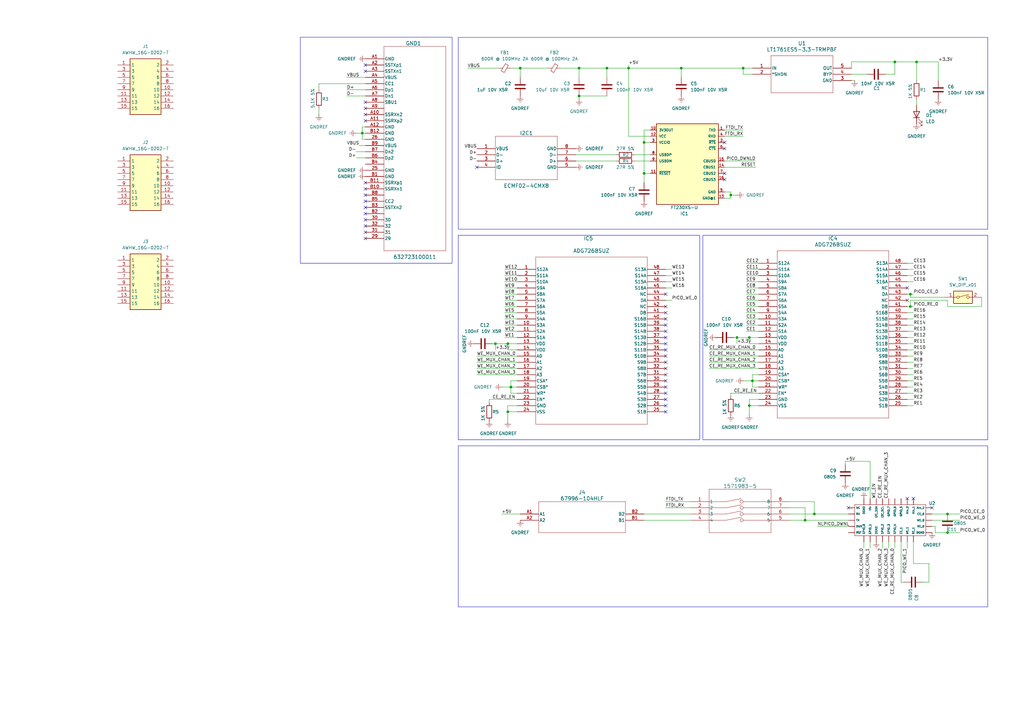
<source format=kicad_sch>
(kicad_sch (version 20230121) (generator eeschema)
  (paper "A3")
  (lib_symbols
    (symbol "CMC:ECMF02-4CMX8" (pin_names (offset 0.254))
      (property "Reference" "U" (at 20.32 10.16 0))
      (property "Value" "ECMF02-4CMX8" (at 20.32 7.62 0))
      (symbol "ECMF02-4CMX8_0_1"
        (polyline (pts (xy 7.62 -12.7) (xy 33.02 -12.7)) (stroke (width 0.127)))
        (polyline (pts (xy 7.62 5.08) (xy 7.62 -12.7)) (stroke (width 0.127)))
        (polyline (pts (xy 33.02 -12.7) (xy 33.02 5.08)) (stroke (width 0.127)))
        (polyline (pts (xy 33.02 5.08) (xy 7.62 5.08)) (stroke (width 0.127)))
        (pin power_in line (at 0 0 0) (length 7.62) (name "VBUS") (number "1"))
        (pin bidirectional line (at 0 -2.54 0) (length 7.62) (name "D-") (number "2"))
        (pin bidirectional line (at 0 -5.08 0) (length 7.62) (name "D+") (number "3"))
        (pin unspecified line (at 0 -7.62 0) (length 7.62) (name "ID") (number "4"))
        (pin power_out line (at 40.64 -7.62 180) (length 7.62) (name "GND") (number "5"))
        (pin bidirectional line (at 40.64 -5.08 180) (length 7.62) (name "D+") (number "6"))
        (pin bidirectional line (at 40.64 -2.54 180) (length 7.62) (name "D-") (number "7"))
        (pin power_out line (at 40.64 0 180) (length 7.62) (name "GND") (number "8"))
      )
    )
    (symbol "Chave smd:1571983-5" (pin_names (offset 0.254))
      (property "Reference" "SW" (at 0 10.16 0))
      (property "Value" "1571983-5" (at 0 7.62 0))
      (symbol "1571983-5_0_1"
        (polyline (pts (xy -12.7 -12.7) (xy 12.7 -12.7)) (stroke (width 0.127)))
        (polyline (pts (xy -12.7 -7.62) (xy -5.715 -7.62)) (stroke (width 0.127)))
        (polyline (pts (xy -12.7 -2.54) (xy -5.715 -2.54)) (stroke (width 0.127)))
        (polyline (pts (xy -12.7 5.08) (xy -12.7 -12.7)) (stroke (width 0.127)))
        (polyline (pts (xy -5.715 -7.62) (xy 0.635 -6.35)) (stroke (width 0.127)))
        (polyline (pts (xy -5.715 -5.08) (xy -12.7 -5.08)) (stroke (width 0.127)))
        (polyline (pts (xy -5.715 -2.54) (xy 0.635 -1.27)) (stroke (width 0.127)))
        (polyline (pts (xy -5.715 0) (xy -12.7 0)) (stroke (width 0.127)))
        (polyline (pts (xy 0.635 -3.81) (xy -5.715 -5.08)) (stroke (width 0.127)))
        (polyline (pts (xy 0.635 1.27) (xy -5.715 0)) (stroke (width 0.127)))
        (polyline (pts (xy 1.27 -5.08) (xy 12.7 -5.08)) (stroke (width 0.127)))
        (polyline (pts (xy 1.27 0) (xy 12.7 0)) (stroke (width 0.127)))
        (polyline (pts (xy 12.7 -12.7) (xy 12.7 5.08)) (stroke (width 0.127)))
        (polyline (pts (xy 12.7 -7.62) (xy 1.27 -7.62)) (stroke (width 0.127)))
        (polyline (pts (xy 12.7 -2.54) (xy 1.27 -2.54)) (stroke (width 0.127)))
        (polyline (pts (xy 12.7 5.08) (xy -12.7 5.08)) (stroke (width 0.127)))
        (circle (center 0.635 -7.62) (radius 0.635) (stroke (width 0.127)))
        (circle (center 0.635 -5.08) (radius 0.635) (stroke (width 0.127)))
        (circle (center 0.635 -2.54) (radius 0.635) (stroke (width 0.127)))
        (circle (center 0.635 0) (radius 0.635) (stroke (width 0.127)))
        (pin unspecified line (at -20.32 0 0) (length 7.62) (name "1") (number "1"))
        (pin unspecified line (at -20.32 -2.54 0) (length 7.62) (name "2") (number "2"))
        (pin unspecified line (at -20.32 -5.08 0) (length 7.62) (name "3") (number "3"))
        (pin unspecified line (at -20.32 -7.62 0) (length 7.62) (name "4") (number "4"))
        (pin unspecified line (at 20.32 -7.62 180) (length 7.62) (name "5") (number "5"))
        (pin unspecified line (at 20.32 -5.08 180) (length 7.62) (name "6") (number "6"))
        (pin unspecified line (at 20.32 -2.54 180) (length 7.62) (name "7") (number "7"))
        (pin unspecified line (at 20.32 0 180) (length 7.62) (name "8") (number "8"))
      )
    )
    (symbol "Circuito integrado:ADG726BSUZ" (pin_names (offset 0.254))
      (property "Reference" "U" (at 30.48 10.16 0))
      (property "Value" "ADG726BSUZ" (at 30.48 7.62 0))
      (symbol "ADG726BSUZ_0_1"
        (polyline (pts (xy 7.62 -63.5) (xy 53.34 -63.5)) (stroke (width 0.127)))
        (polyline (pts (xy 7.62 5.08) (xy 7.62 -63.5)) (stroke (width 0.127)))
        (polyline (pts (xy 53.34 -63.5) (xy 53.34 5.08)) (stroke (width 0.127)))
        (polyline (pts (xy 53.34 5.08) (xy 7.62 5.08)) (stroke (width 0.127)))
        (pin unspecified line (at 0 0 0) (length 7.62) (name "S12A") (number "1"))
        (pin unspecified line (at 0 -22.86 0) (length 7.62) (name "S3A") (number "10"))
        (pin unspecified line (at 0 -25.4 0) (length 7.62) (name "S2A") (number "11"))
        (pin unspecified line (at 0 -27.94 0) (length 7.62) (name "S1A") (number "12"))
        (pin power_in line (at 0 -30.48 0) (length 7.62) (name "VDD") (number "13"))
        (pin power_in line (at 0 -33.02 0) (length 7.62) (name "VDD") (number "14"))
        (pin unspecified line (at 0 -35.56 0) (length 7.62) (name "A0") (number "15"))
        (pin unspecified line (at 0 -38.1 0) (length 7.62) (name "A1") (number "16"))
        (pin unspecified line (at 0 -40.64 0) (length 7.62) (name "A2") (number "17"))
        (pin unspecified line (at 0 -43.18 0) (length 7.62) (name "A3") (number "18"))
        (pin unspecified line (at 0 -45.72 0) (length 7.62) (name "CSA*") (number "19"))
        (pin unspecified line (at 0 -2.54 0) (length 7.62) (name "S11A") (number "2"))
        (pin unspecified line (at 0 -48.26 0) (length 7.62) (name "CSB*") (number "20"))
        (pin unspecified line (at 0 -50.8 0) (length 7.62) (name "WR*") (number "21"))
        (pin unspecified line (at 0 -53.34 0) (length 7.62) (name "EN*") (number "22"))
        (pin unspecified line (at 0 -55.88 0) (length 7.62) (name "GND") (number "23"))
        (pin power_in line (at 0 -58.42 0) (length 7.62) (name "VSS") (number "24"))
        (pin unspecified line (at 60.96 -58.42 180) (length 7.62) (name "S1B") (number "25"))
        (pin unspecified line (at 60.96 -55.88 180) (length 7.62) (name "S2B") (number "26"))
        (pin unspecified line (at 60.96 -53.34 180) (length 7.62) (name "S3B") (number "27"))
        (pin unspecified line (at 60.96 -50.8 180) (length 7.62) (name "S4B") (number "28"))
        (pin unspecified line (at 60.96 -48.26 180) (length 7.62) (name "S5B") (number "29"))
        (pin unspecified line (at 0 -5.08 0) (length 7.62) (name "S10A") (number "3"))
        (pin unspecified line (at 60.96 -45.72 180) (length 7.62) (name "S6B") (number "30"))
        (pin unspecified line (at 60.96 -43.18 180) (length 7.62) (name "S7B") (number "31"))
        (pin unspecified line (at 60.96 -40.64 180) (length 7.62) (name "S8B") (number "32"))
        (pin unspecified line (at 60.96 -38.1 180) (length 7.62) (name "S9B") (number "33"))
        (pin unspecified line (at 60.96 -35.56 180) (length 7.62) (name "S10B") (number "34"))
        (pin unspecified line (at 60.96 -33.02 180) (length 7.62) (name "S11B") (number "35"))
        (pin unspecified line (at 60.96 -30.48 180) (length 7.62) (name "S12B") (number "36"))
        (pin unspecified line (at 60.96 -27.94 180) (length 7.62) (name "S13B") (number "37"))
        (pin unspecified line (at 60.96 -25.4 180) (length 7.62) (name "S14B") (number "38"))
        (pin unspecified line (at 60.96 -22.86 180) (length 7.62) (name "S15B") (number "39"))
        (pin unspecified line (at 0 -7.62 0) (length 7.62) (name "S9A") (number "4"))
        (pin unspecified line (at 60.96 -20.32 180) (length 7.62) (name "S16B") (number "40"))
        (pin unspecified line (at 60.96 -17.78 180) (length 7.62) (name "DB") (number "41"))
        (pin unspecified line (at 60.96 -15.24 180) (length 7.62) (name "NC") (number "42"))
        (pin unspecified line (at 60.96 -12.7 180) (length 7.62) (name "DA") (number "43"))
        (pin unspecified line (at 60.96 -10.16 180) (length 7.62) (name "NC") (number "44"))
        (pin unspecified line (at 60.96 -7.62 180) (length 7.62) (name "S16A") (number "45"))
        (pin unspecified line (at 60.96 -5.08 180) (length 7.62) (name "S15A") (number "46"))
        (pin unspecified line (at 60.96 -2.54 180) (length 7.62) (name "S14A") (number "47"))
        (pin unspecified line (at 60.96 0 180) (length 7.62) (name "S13A") (number "48"))
        (pin unspecified line (at 0 -10.16 0) (length 7.62) (name "S8A") (number "5"))
        (pin unspecified line (at 0 -12.7 0) (length 7.62) (name "S7A") (number "6"))
        (pin unspecified line (at 0 -15.24 0) (length 7.62) (name "S6A") (number "7"))
        (pin unspecified line (at 0 -17.78 0) (length 7.62) (name "S5A") (number "8"))
        (pin unspecified line (at 0 -20.32 0) (length 7.62) (name "S4A") (number "9"))
      )
    )
    (symbol "Conector 16 conector:AWHW_16G-0202-T"
      (property "Reference" "J" (at 19.05 7.62 0))
      (property "Value" "AWHW_16G-0202-T" (at 19.05 5.08 0))
      (symbol "AWHW_16G-0202-T_1_1"
        (rectangle (start 5.08 2.54) (end 17.78 -20.32) (stroke (width 0.254)) (fill (type background)))
        (pin passive line (at 0 0 0) (length 5.08) (name "1") (number "1"))
        (pin passive line (at 22.86 -10.16 180) (length 5.08) (name "10") (number "10"))
        (pin passive line (at 0 -12.7 0) (length 5.08) (name "11") (number "11"))
        (pin passive line (at 22.86 -12.7 180) (length 5.08) (name "12") (number "12"))
        (pin passive line (at 0 -15.24 0) (length 5.08) (name "13") (number "13"))
        (pin passive line (at 22.86 -15.24 180) (length 5.08) (name "14") (number "14"))
        (pin passive line (at 0 -17.78 0) (length 5.08) (name "15") (number "15"))
        (pin passive line (at 22.86 -17.78 180) (length 5.08) (name "16") (number "16"))
        (pin passive line (at 22.86 0 180) (length 5.08) (name "2") (number "2"))
        (pin passive line (at 0 -2.54 0) (length 5.08) (name "3") (number "3"))
        (pin passive line (at 22.86 -2.54 180) (length 5.08) (name "4") (number "4"))
        (pin passive line (at 0 -5.08 0) (length 5.08) (name "5") (number "5"))
        (pin passive line (at 22.86 -5.08 180) (length 5.08) (name "6") (number "6"))
        (pin passive line (at 0 -7.62 0) (length 5.08) (name "7") (number "7"))
        (pin passive line (at 22.86 -7.62 180) (length 5.08) (name "8") (number "8"))
        (pin passive line (at 0 -10.16 0) (length 5.08) (name "9") (number "9"))
      )
    )
    (symbol "Device:C" (pin_numbers hide) (pin_names (offset 0.254))
      (property "Reference" "C" (at 0.635 2.54 0))
      (property "Value" "C" (at 0.635 -2.54 0))
      (symbol "C_0_1"
        (polyline (pts (xy -2.032 -0.762) (xy 2.032 -0.762)) (stroke (width 0.508)))
        (polyline (pts (xy -2.032 0.762) (xy 2.032 0.762)) (stroke (width 0.508)))
      )
      (symbol "C_1_1"
        (pin passive line (at 0 3.81 270) (length 2.794) (name "~") (number "1"))
        (pin passive line (at 0 -3.81 90) (length 2.794) (name "~") (number "2"))
      )
    )
    (symbol "Device:FerriteBead_Small" (pin_numbers hide) (pin_names (offset 0))
      (property "Reference" "FB" (at 1.905 1.27 0))
      (property "Value" "FerriteBead_Small" (at 1.905 -1.27 0))
      (symbol "FerriteBead_Small_0_1"
        (polyline (pts (xy 0 -1.27) (xy 0 -0.7874)))
        (polyline (pts (xy 0 0.889) (xy 0 1.2954)))
        (polyline (pts (xy -1.8288 0.2794) (xy -1.1176 1.4986) (xy 1.8288 -0.2032) (xy 1.1176 -1.4224) (xy -1.8288 0.2794)))
      )
      (symbol "FerriteBead_Small_1_1"
        (pin passive line (at 0 2.54 270) (length 1.27) (name "~") (number "1"))
        (pin passive line (at 0 -2.54 90) (length 1.27) (name "~") (number "2"))
      )
    )
    (symbol "Device:LED" (pin_numbers hide) (pin_names (offset 1.016) hide)
      (property "Reference" "D" (at 0 2.54 0))
      (property "Value" "LED" (at 0 -2.54 0))
      (symbol "LED_0_1"
        (polyline (pts (xy -1.27 -1.27) (xy -1.27 1.27)) (stroke (width 0.254)))
        (polyline (pts (xy -1.27 0) (xy 1.27 0)))
        (polyline (pts (xy 1.27 -1.27) (xy 1.27 1.27) (xy -1.27 0) (xy 1.27 -1.27)) (stroke (width 0.254)))
        (polyline (pts (xy -3.048 -0.762) (xy -4.572 -2.286) (xy -3.81 -2.286) (xy -4.572 -2.286) (xy -4.572 -1.524)))
        (polyline (pts (xy -1.778 -0.762) (xy -3.302 -2.286) (xy -2.54 -2.286) (xy -3.302 -2.286) (xy -3.302 -1.524)))
      )
      (symbol "LED_1_1"
        (pin passive line (at -3.81 0 0) (length 2.54) (name "K") (number "1"))
        (pin passive line (at 3.81 0 180) (length 2.54) (name "A") (number "2"))
      )
    )
    (symbol "Device:R" (pin_numbers hide) (pin_names (offset 0))
      (property "Reference" "R" (at 2.032 0 90))
      (property "Value" "R" (at 0 0 90))
      (symbol "R_0_1"
        (rectangle (start -1.016 -2.54) (end 1.016 2.54) (stroke (width 0.254)))
      )
      (symbol "R_1_1"
        (pin passive line (at 0 3.81 270) (length 1.27) (name "~") (number "1"))
        (pin passive line (at 0 -3.81 90) (length 1.27) (name "~") (number "2"))
      )
    )
    (symbol "EmStatPico:EmStato_Pico_"
      (property "Reference" "U" (at 30.48 -15.24 0))
      (symbol "EmStato_Pico__0_1"
        (rectangle (start 1.27 1.27) (end 30.48 -11.43))
      )
      (symbol "EmStato_Pico__1_1"
        (pin input line (at 22.86 3.81 270) (length 2.54) (name "Ain_0") (number ""))
        (pin input line (at 25.4 3.81 270) (length 2.54) (name "Ain_1") (number ""))
        (pin output line (at 33.02 0 180) (length 2.54) (name "Ain_2") (number ""))
        (pin output line (at 33.02 -2.54 180) (length 2.54) (name "CE_0") (number ""))
        (pin input line (at 20.32 -13.97 90) (length 2.54) (name "CE_1") (number ""))
        (pin free line (at 5.08 3.81 270) (length 2.54) (name "DGND") (number ""))
        (pin bidirectional line (at 10.16 -13.97 90) (length 2.54) (name "DGND") (number ""))
        (pin free line (at 33.02 -10.16 180) (length 2.54) (name "DGND") (number ""))
        (pin input line (at -1.27 -7.62 0) (length 2.54) (name "DWN") (number ""))
        (pin bidirectional line (at 5.08 -13.97 90) (length 2.54) (name "GPIO_0") (number ""))
        (pin bidirectional line (at 7.62 -13.97 90) (length 2.54) (name "GPIO_1") (number ""))
        (pin bidirectional line (at 12.7 -13.97 90) (length 2.54) (name "GPIO_2") (number ""))
        (pin bidirectional line (at 15.24 -13.97 90) (length 2.54) (name "GPIO_3") (number ""))
        (pin output line (at 17.78 -13.97 90) (length 2.54) (name "GPIO_4") (number ""))
        (pin input line (at 20.32 3.81 270) (length 2.54) (name "GPIO_5") (number ""))
        (pin bidirectional line (at 17.78 3.81 270) (length 2.54) (name "GPIO_6") (number ""))
        (pin bidirectional line (at 15.24 3.81 270) (length 2.54) (name "GPIO_7") (number ""))
        (pin bidirectional line (at 12.7 3.81 270) (length 2.54) (name "I2C_SCL") (number ""))
        (pin bidirectional line (at 10.16 3.81 270) (length 2.54) (name "I2C_SDA") (number ""))
        (pin input line (at -1.27 0 0) (length 2.54) (name "NC") (number ""))
        (pin input line (at 33.02 -7.62 180) (length 2.54) (name "RE_0") (number ""))
        (pin input line (at 25.4 -13.97 90) (length 2.54) (name "RE_1") (number ""))
        (pin free line (at -1.27 -10.16 0) (length 2.54) (name "RST") (number ""))
        (pin input line (at -1.27 -2.54 0) (length 2.54) (name "RX") (number ""))
        (pin output line (at -1.27 -5.08 0) (length 2.54) (name "TX") (number ""))
        (pin bidirectional line (at 7.62 3.81 270) (length 2.54) (name "Vin") (number ""))
        (pin input line (at 33.02 -5.08 180) (length 2.54) (name "WE_0") (number ""))
        (pin input line (at 22.86 -13.97 90) (length 2.54) (name "WE_1") (number ""))
      )
    )
    (symbol "IC SERIAL USB:FT230XS-U" (pin_names (offset 1.016))
      (property "Reference" "IC" (at -12.7127 11.4414 0))
      (property "Value" "FT230XS-U" (at -12.7296 -25.4593 0))
      (symbol "FT230XS-U_0_0"
        (rectangle (start -12.7 -22.86) (end 12.7 10.16) (stroke (width 0.254)) (fill (type background)))
        (pin output line (at 15.24 7.62 180) (length 2.54) (name "TXD") (number "1"))
        (pin output line (at -15.24 7.62 0) (length 2.54) (name "3V3OUT") (number "10"))
        (pin input line (at -15.24 -10.16 0) (length 2.54) (name "~{RESET}") (number "11"))
        (pin power_in line (at -15.24 5.08 0) (length 2.54) (name "VCC") (number "12"))
        (pin power_in line (at 15.24 -20.32 180) (length 2.54) (name "GND@1") (number "13"))
        (pin bidirectional line (at 15.24 -7.62 180) (length 2.54) (name "CBUS1") (number "14"))
        (pin bidirectional line (at 15.24 -5.08 180) (length 2.54) (name "CBUS0") (number "15"))
        (pin bidirectional line (at 15.24 -12.7 180) (length 2.54) (name "CBUS3") (number "16"))
        (pin output line (at 15.24 2.54 180) (length 2.54) (name "~{RTS}") (number "2"))
        (pin power_in line (at -15.24 2.54 0) (length 2.54) (name "VCCIO") (number "3"))
        (pin input line (at 15.24 5.08 180) (length 2.54) (name "RXD") (number "4"))
        (pin power_in line (at 15.24 -17.78 180) (length 2.54) (name "GND") (number "5"))
        (pin input line (at 15.24 0 180) (length 2.54) (name "~{CTS}") (number "6"))
        (pin bidirectional line (at 15.24 -10.16 180) (length 2.54) (name "CBUS2") (number "7"))
        (pin input line (at -15.24 -2.54 0) (length 2.54) (name "USBDP") (number "8"))
        (pin input line (at -15.24 -5.08 0) (length 2.54) (name "USBDM") (number "9"))
      )
    )
    (symbol "REGULADOR LINEAR:LT1761ES5-3.3-TRMPBF" (pin_names (offset 0.254))
      (property "Reference" "U1" (at 20.32 10.16 0))
      (property "Value" "LT1761ES5-3.3-TRMPBF" (at 20.32 7.62 0))
      (symbol "LT1761ES5-3.3-TRMPBF_0_1"
        (polyline (pts (xy 7.62 -10.16) (xy 33.02 -10.16)) (stroke (width 0.127)))
        (polyline (pts (xy 7.62 5.08) (xy 7.62 -10.16)) (stroke (width 0.127)))
        (polyline (pts (xy 33.02 -10.16) (xy 33.02 5.08)) (stroke (width 0.127)))
        (polyline (pts (xy 33.02 5.08) (xy 7.62 5.08)) (stroke (width 0.127)))
        (pin input line (at 0 0 0) (length 7.62) (name "IN") (number "1"))
        (pin unspecified line (at 40.64 -2.54 180) (length 7.62) (name "BYP") (number "4"))
        (pin output line (at 40.64 0 180) (length 7.62) (name "OUT") (number "5"))
      )
      (symbol "LT1761ES5-3.3-TRMPBF_1_1"
        (pin unspecified line (at 0 -2.54 0) (length 7.62) (name "*SHDN") (number "2"))
        (pin input line (at 40.64 -5.08 180) (length 7.62) (name "GND") (number "3"))
      )
    )
    (symbol "Switch:SW_DIP_x01" (pin_names (offset 0) hide)
      (property "Reference" "SW" (at 0 3.81 0))
      (property "Value" "SW_DIP_x01" (at 0 -3.81 0))
      (symbol "SW_DIP_x01_0_0"
        (circle (center -2.032 0) (radius 0.508))
        (polyline (pts (xy -1.524 0.127) (xy 2.3622 1.1684)))
        (circle (center 2.032 0) (radius 0.508))
      )
      (symbol "SW_DIP_x01_0_1"
        (rectangle (start -3.81 2.54) (end 3.81 -2.54) (stroke (width 0.254)) (fill (type background)))
      )
      (symbol "SW_DIP_x01_1_1"
        (pin passive line (at -7.62 0 0) (length 5.08) (name "~") (number "1"))
        (pin passive line (at 7.62 0 180) (length 5.08) (name "~") (number "2"))
      )
    )
    (symbol "Terminal Agulha:67996-104HLF" (pin_names (offset 0.254))
      (property "Reference" "J" (at 25.4 10.16 0))
      (property "Value" "67996-104HLF" (at 25.4 7.62 0))
      (symbol "67996-104HLF_0_1"
        (polyline (pts (xy 7.62 -7.62) (xy 43.18 -7.62)) (stroke (width 0.127)))
        (polyline (pts (xy 7.62 5.08) (xy 7.62 -7.62)) (stroke (width 0.127)))
        (polyline (pts (xy 43.18 -7.62) (xy 43.18 5.08)) (stroke (width 0.127)))
        (polyline (pts (xy 43.18 5.08) (xy 7.62 5.08)) (stroke (width 0.127)))
        (pin unspecified line (at 0 0 0) (length 7.62) (name "A1") (number "A1"))
        (pin unspecified line (at 0 -2.54 0) (length 7.62) (name "A2") (number "A2"))
        (pin unspecified line (at 50.8 -2.54 180) (length 7.62) (name "B1") (number "B1"))
        (pin unspecified line (at 50.8 0 180) (length 7.62) (name "B2") (number "B2"))
      )
    )
    (symbol "USB TYPE C:632723100011" (pin_names (offset 0.254))
      (property "Reference" "J" (at 20.32 10.16 0))
      (property "Value" "632723100011" (at 20.32 7.62 0))
      (symbol "632723100011_0_1"
        (polyline (pts (xy 7.62 -78.74) (xy 33.02 -78.74)) (stroke (width 0.127)))
        (polyline (pts (xy 7.62 5.08) (xy 7.62 -78.74)) (stroke (width 0.127)))
        (polyline (pts (xy 33.02 -78.74) (xy 33.02 5.08)) (stroke (width 0.127)))
        (polyline (pts (xy 33.02 5.08) (xy 7.62 5.08)) (stroke (width 0.127)))
        (pin power_out line (at 0 -45.72 0) (length 7.62) (name "GND") (number "25"))
        (pin power_out line (at 0 -33.02 0) (length 7.62) (name "GND") (number "26"))
        (pin unspecified line (at 0 -73.66 0) (length 7.62) (name "29") (number "29"))
        (pin unspecified line (at 0 -66.04 0) (length 7.62) (name "30") (number "30"))
        (pin unspecified line (at 0 -71.12 0) (length 7.62) (name "31") (number "31"))
        (pin unspecified line (at 0 -68.58 0) (length 7.62) (name "32") (number "32"))
        (pin power_out line (at 0 0 0) (length 7.62) (name "GND") (number "A1"))
        (pin bidirectional line (at 0 -22.86 0) (length 7.62) (name "SSRXn2") (number "A10"))
        (pin bidirectional line (at 0 -25.4 0) (length 7.62) (name "SSRXp2") (number "A11"))
        (pin power_out line (at 0 -27.94 0) (length 7.62) (name "GND") (number "A12"))
        (pin bidirectional line (at 0 -2.54 0) (length 7.62) (name "SSTXp1") (number "A2"))
        (pin bidirectional line (at 0 -5.08 0) (length 7.62) (name "SSTXn1") (number "A3"))
        (pin unspecified line (at 0 -7.62 0) (length 7.62) (name "VBUS") (number "A4"))
        (pin bidirectional line (at 0 -10.16 0) (length 7.62) (name "CC1") (number "A5"))
        (pin bidirectional line (at 0 -12.7 0) (length 7.62) (name "Dp1") (number "A6"))
        (pin bidirectional line (at 0 -15.24 0) (length 7.62) (name "Dn1") (number "A7"))
        (pin bidirectional line (at 0 -17.78 0) (length 7.62) (name "SBU1") (number "A8"))
        (pin unspecified line (at 0 -20.32 0) (length 7.62) (name "") (number "A9"))
        (pin power_out line (at 0 -48.26 0) (length 7.62) (name "GND") (number "B1"))
        (pin bidirectional line (at 0 -53.34 0) (length 7.62) (name "SSRXn1") (number "B10"))
        (pin bidirectional line (at 0 -50.8 0) (length 7.62) (name "SSRXp1") (number "B11"))
        (pin power_out line (at 0 -30.48 0) (length 7.62) (name "GND") (number "B12"))
        (pin bidirectional line (at 0 -63.5 0) (length 7.62) (name "") (number "B2"))
        (pin bidirectional line (at 0 -60.96 0) (length 7.62) (name "SSTXn2") (number "B3"))
        (pin unspecified line (at 0 -43.18 0) (length 7.62) (name "") (number "B4"))
        (pin bidirectional line (at 0 -58.42 0) (length 7.62) (name "CC2") (number "B5"))
        (pin bidirectional line (at 0 -40.64 0) (length 7.62) (name "Dp2") (number "B6"))
        (pin bidirectional line (at 0 -38.1 0) (length 7.62) (name "Dn2") (number "B7"))
        (pin bidirectional line (at 0 -55.88 0) (length 7.62) (name "") (number "B8"))
        (pin unspecified line (at 0 -35.56 0) (length 7.62) (name "VBUS") (number "B9"))
      )
    )
    (symbol "power:GNDREF" (power) (pin_names (offset 0))
      (property "Value" "GNDREF" (at 0 -3.81 0))
      (symbol "GNDREF_0_1"
        (polyline (pts (xy -0.635 -1.905) (xy 0.635 -1.905)))
        (polyline (pts (xy -0.127 -2.54) (xy 0.127 -2.54)))
        (polyline (pts (xy 0 -1.27) (xy 0 0)))
        (polyline (pts (xy 1.27 -1.27) (xy -1.27 -1.27)))
      )
      (symbol "GNDREF_1_1"
        (pin power_in line (at 0 0 270) (length 0) hide (name "GNDREF") (number "1"))
      )
    )
  )
  (junction (at 148.59 54.61))
  (junction (at 373.38 120.65))
  (junction (at 330.2 213.36))
  (junction (at 237.49 27.94))
  (junction (at 375.92 25.4))
  (junction (at 209.55 158.75))
  (junction (at 299.72 80.01))
  (junction (at 304.8 27.94))
  (junction (at 257.81 27.94))
  (junction (at 264.16 58.42))
  (junction (at 307.34 138.43))
  (junction (at 302.26 138.43))
  (junction (at 279.4 27.94))
  (junction (at 213.36 27.94))
  (junction (at 307.34 166.37))
  (junction (at 334.01 210.82))
  (junction (at 203.2 140.97))
  (junction (at 208.28 140.97))
  (junction (at 237.49 39.37))
  (junction (at 308.61 156.21))
  (junction (at 367.03 25.4))
  (junction (at 264.16 71.12))
  (junction (at 208.28 168.91))
  (junction (at 388.62 210.82))
  (junction (at 373.38 125.73))
  (junction (at 388.62 218.44))
  (junction (at 248.92 27.94))
  (no_connect (at 149.86 46.99))
  (no_connect (at 273.05 161.29))
  (no_connect (at 273.05 138.43))
  (no_connect (at 273.05 146.05))
  (no_connect (at 149.86 74.93))
  (no_connect (at 149.86 29.21))
  (no_connect (at 273.05 151.13))
  (no_connect (at 149.86 26.67))
  (no_connect (at 372.11 118.11))
  (no_connect (at 297.18 73.66))
  (no_connect (at 149.86 77.47))
  (no_connect (at 372.11 123.19))
  (no_connect (at 149.86 92.71))
  (no_connect (at 273.05 156.21))
  (no_connect (at 149.86 41.91))
  (no_connect (at 273.05 130.81))
  (no_connect (at 374.65 204.47))
  (no_connect (at 297.18 60.96))
  (no_connect (at 195.58 68.58))
  (no_connect (at 149.86 85.09))
  (no_connect (at 273.05 148.59))
  (no_connect (at 297.18 71.12))
  (no_connect (at 273.05 120.65))
  (no_connect (at 273.05 158.75))
  (no_connect (at 149.86 97.79))
  (no_connect (at 297.18 58.42))
  (no_connect (at 149.86 87.63))
  (no_connect (at 273.05 168.91))
  (no_connect (at 149.86 44.45))
  (no_connect (at 273.05 163.83))
  (no_connect (at 372.11 204.47))
  (no_connect (at 273.05 125.73))
  (no_connect (at 273.05 128.27))
  (no_connect (at 149.86 80.01))
  (no_connect (at 149.86 90.17))
  (no_connect (at 149.86 82.55))
  (no_connect (at 347.98 208.28))
  (no_connect (at 382.27 208.28))
  (no_connect (at 273.05 153.67))
  (no_connect (at 149.86 95.25))
  (no_connect (at 273.05 143.51))
  (no_connect (at 273.05 135.89))
  (no_connect (at 273.05 140.97))
  (no_connect (at 273.05 133.35))
  (no_connect (at 149.86 49.53))
  (no_connect (at 273.05 166.37))
  (wire (pts (xy 306.07 115.57) (xy 311.15 115.57)))
  (wire (pts (xy 349.25 33.02) (xy 350.52 33.02)))
  (wire (pts (xy 374.65 110.49) (xy 372.11 110.49)))
  (wire (pts (xy 306.07 135.89) (xy 311.15 135.89)))
  (wire (pts (xy 264.16 58.42) (xy 264.16 71.12)))
  (wire (pts (xy 323.85 208.28) (xy 330.2 208.28)))
  (wire (pts (xy 209.55 27.94) (xy 213.36 27.94)))
  (wire (pts (xy 335.28 215.9) (xy 347.98 215.9)))
  (wire (pts (xy 279.4 31.75) (xy 279.4 27.94)))
  (wire (pts (xy 311.15 140.97) (xy 307.34 140.97)))
  (wire (pts (xy 236.22 66.04) (xy 252.73 66.04)))
  (wire (pts (xy 209.55 161.29) (xy 209.55 158.75)))
  (wire (pts (xy 290.83 148.59) (xy 311.15 148.59)))
  (wire (pts (xy 374.65 128.27) (xy 372.11 128.27)))
  (wire (pts (xy 374.65 148.59) (xy 372.11 148.59)))
  (wire (pts (xy 290.83 146.05) (xy 311.15 146.05)))
  (wire (pts (xy 309.88 66.04) (xy 297.18 66.04)))
  (wire (pts (xy 356.87 224.79) (xy 356.87 222.25)))
  (wire (pts (xy 275.59 118.11) (xy 273.05 118.11)))
  (wire (pts (xy 374.65 151.13) (xy 372.11 151.13)))
  (wire (pts (xy 203.2 140.97) (xy 208.28 140.97)))
  (wire (pts (xy 148.59 54.61) (xy 149.86 54.61)))
  (wire (pts (xy 237.49 40.64) (xy 237.49 39.37)))
  (wire (pts (xy 299.72 80.01) (xy 302.26 80.01)))
  (wire (pts (xy 236.22 63.5) (xy 252.73 63.5)))
  (wire (pts (xy 384.81 33.02) (xy 384.81 25.4)))
  (wire (pts (xy 130.81 44.45) (xy 130.81 46.99)))
  (wire (pts (xy 306.07 130.81) (xy 311.15 130.81)))
  (wire (pts (xy 374.65 166.37) (xy 372.11 166.37)))
  (wire (pts (xy 195.58 153.67) (xy 212.09 153.67)))
  (wire (pts (xy 308.61 158.75) (xy 308.61 156.21)))
  (wire (pts (xy 308.61 30.48) (xy 304.8 30.48)))
  (wire (pts (xy 306.07 123.19) (xy 311.15 123.19)))
  (wire (pts (xy 373.38 125.73) (xy 373.38 123.19)))
  (wire (pts (xy 205.74 210.82) (xy 213.36 210.82)))
  (wire (pts (xy 299.72 81.28) (xy 297.18 81.28)))
  (wire (pts (xy 334.01 205.74) (xy 334.01 210.82)))
  (wire (pts (xy 207.01 133.35) (xy 212.09 133.35)))
  (wire (pts (xy 374.65 115.57) (xy 372.11 115.57)))
  (wire (pts (xy 306.07 113.03) (xy 311.15 113.03)))
  (wire (pts (xy 306.07 120.65) (xy 311.15 120.65)))
  (wire (pts (xy 212.09 143.51) (xy 208.28 143.51)))
  (wire (pts (xy 369.57 238.76) (xy 370.84 238.76)))
  (wire (pts (xy 299.72 78.74) (xy 299.72 80.01)))
  (wire (pts (xy 373.38 120.65) (xy 372.11 120.65)))
  (wire (pts (xy 212.09 161.29) (xy 209.55 161.29)))
  (wire (pts (xy 208.28 140.97) (xy 212.09 140.97)))
  (wire (pts (xy 304.8 53.34) (xy 297.18 53.34)))
  (wire (pts (xy 279.4 27.94) (xy 304.8 27.94)))
  (wire (pts (xy 273.05 205.74) (xy 283.21 205.74)))
  (wire (pts (xy 374.65 140.97) (xy 372.11 140.97)))
  (wire (pts (xy 383.54 218.44) (xy 383.54 215.9)))
  (wire (pts (xy 302.26 140.97) (xy 302.26 138.43)))
  (wire (pts (xy 237.49 27.94) (xy 237.49 31.75)))
  (wire (pts (xy 212.09 156.21) (xy 209.55 156.21)))
  (wire (pts (xy 290.83 143.51) (xy 311.15 143.51)))
  (wire (pts (xy 148.59 54.61) (xy 148.59 57.15)))
  (wire (pts (xy 356.87 189.23) (xy 356.87 204.47)))
  (wire (pts (xy 374.65 113.03) (xy 372.11 113.03)))
  (wire (pts (xy 374.65 130.81) (xy 372.11 130.81)))
  (wire (pts (xy 149.86 34.29) (xy 130.81 34.29)))
  (wire (pts (xy 207.01 138.43) (xy 212.09 138.43)))
  (wire (pts (xy 306.07 107.95) (xy 311.15 107.95)))
  (wire (pts (xy 367.03 25.4) (xy 349.25 25.4)))
  (wire (pts (xy 323.85 210.82) (xy 334.01 210.82)))
  (wire (pts (xy 304.8 55.88) (xy 297.18 55.88)))
  (wire (pts (xy 374.65 146.05) (xy 372.11 146.05)))
  (wire (pts (xy 142.24 36.83) (xy 149.86 36.83)))
  (wire (pts (xy 208.28 143.51) (xy 208.28 140.97)))
  (wire (pts (xy 374.65 161.29) (xy 372.11 161.29)))
  (wire (pts (xy 374.65 231.14) (xy 381 231.14)))
  (wire (pts (xy 374.65 143.51) (xy 372.11 143.51)))
  (wire (pts (xy 309.88 68.58) (xy 297.18 68.58)))
  (wire (pts (xy 275.59 123.19) (xy 273.05 123.19)))
  (wire (pts (xy 388.62 125.73) (xy 402.59 125.73)))
  (wire (pts (xy 273.05 208.28) (xy 283.21 208.28)))
  (wire (pts (xy 237.49 27.94) (xy 248.92 27.94)))
  (wire (pts (xy 306.07 118.11) (xy 311.15 118.11)))
  (wire (pts (xy 257.81 27.94) (xy 279.4 27.94)))
  (wire (pts (xy 323.85 213.36) (xy 330.2 213.36)))
  (wire (pts (xy 207.01 118.11) (xy 212.09 118.11)))
  (wire (pts (xy 248.92 27.94) (xy 257.81 27.94)))
  (wire (pts (xy 307.34 166.37) (xy 311.15 166.37)))
  (wire (pts (xy 306.07 110.49) (xy 311.15 110.49)))
  (wire (pts (xy 260.35 63.5) (xy 266.7 63.5)))
  (wire (pts (xy 364.49 224.79) (xy 364.49 222.25)))
  (wire (pts (xy 213.36 27.94) (xy 224.79 27.94)))
  (wire (pts (xy 208.28 166.37) (xy 208.28 168.91)))
  (wire (pts (xy 374.65 120.65) (xy 373.38 120.65)))
  (wire (pts (xy 308.61 156.21) (xy 311.15 156.21)))
  (wire (pts (xy 208.28 168.91) (xy 208.28 172.72)))
  (wire (pts (xy 266.7 53.34) (xy 264.16 53.34)))
  (wire (pts (xy 148.59 52.07) (xy 148.59 54.61)))
  (wire (pts (xy 372.11 224.79) (xy 372.11 222.25)))
  (wire (pts (xy 311.15 158.75) (xy 308.61 158.75)))
  (wire (pts (xy 373.38 121.92) (xy 387.35 121.92)))
  (wire (pts (xy 304.8 156.21) (xy 308.61 156.21)))
  (wire (pts (xy 207.01 123.19) (xy 212.09 123.19)))
  (wire (pts (xy 207.01 115.57) (xy 212.09 115.57)))
  (wire (pts (xy 142.24 39.37) (xy 149.86 39.37)))
  (wire (pts (xy 195.58 148.59) (xy 212.09 148.59)))
  (wire (pts (xy 207.01 120.65) (xy 212.09 120.65)))
  (wire (pts (xy 300.99 138.43) (xy 302.26 138.43)))
  (wire (pts (xy 374.65 222.25) (xy 374.65 231.14)))
  (wire (pts (xy 306.07 133.35) (xy 311.15 133.35)))
  (wire (pts (xy 330.2 208.28) (xy 330.2 213.36)))
  (wire (pts (xy 393.7 210.82) (xy 388.62 210.82)))
  (wire (pts (xy 257.81 26.67) (xy 257.81 27.94)))
  (wire (pts (xy 209.55 156.21) (xy 209.55 158.75)))
  (wire (pts (xy 213.36 27.94) (xy 213.36 31.75)))
  (wire (pts (xy 207.01 128.27) (xy 212.09 128.27)))
  (wire (pts (xy 229.87 27.94) (xy 237.49 27.94)))
  (wire (pts (xy 373.38 121.92) (xy 373.38 120.65)))
  (wire (pts (xy 209.55 158.75) (xy 212.09 158.75)))
  (wire (pts (xy 304.8 27.94) (xy 304.8 30.48)))
  (wire (pts (xy 264.16 213.36) (xy 283.21 213.36)))
  (wire (pts (xy 375.92 25.4) (xy 375.92 33.02)))
  (wire (pts (xy 207.01 110.49) (xy 212.09 110.49)))
  (wire (pts (xy 201.93 140.97) (xy 203.2 140.97)))
  (wire (pts (xy 388.62 218.44) (xy 383.54 218.44)))
  (wire (pts (xy 212.09 166.37) (xy 208.28 166.37)))
  (wire (pts (xy 373.38 125.73) (xy 374.65 125.73)))
  (wire (pts (xy 349.25 30.48) (xy 355.6 30.48)))
  (wire (pts (xy 207.01 135.89) (xy 212.09 135.89)))
  (wire (pts (xy 257.81 55.88) (xy 257.81 27.94)))
  (wire (pts (xy 383.54 215.9) (xy 382.27 215.9)))
  (wire (pts (xy 148.59 57.15) (xy 149.86 57.15)))
  (wire (pts (xy 248.92 31.75) (xy 248.92 27.94)))
  (wire (pts (xy 237.49 39.37) (xy 248.92 39.37)))
  (wire (pts (xy 264.16 58.42) (xy 266.7 58.42)))
  (wire (pts (xy 266.7 55.88) (xy 257.81 55.88)))
  (wire (pts (xy 346.71 190.5) (xy 346.71 189.23)))
  (wire (pts (xy 207.01 125.73) (xy 212.09 125.73)))
  (wire (pts (xy 311.15 153.67) (xy 308.61 153.67)))
  (wire (pts (xy 195.58 146.05) (xy 212.09 146.05)))
  (wire (pts (xy 346.71 189.23) (xy 356.87 189.23)))
  (wire (pts (xy 306.07 128.27) (xy 311.15 128.27)))
  (wire (pts (xy 149.86 52.07) (xy 148.59 52.07)))
  (wire (pts (xy 381 238.76) (xy 378.46 238.76)))
  (wire (pts (xy 354.33 224.79) (xy 354.33 222.25)))
  (wire (pts (xy 311.15 163.83) (xy 307.34 163.83)))
  (wire (pts (xy 264.16 210.82) (xy 283.21 210.82)))
  (wire (pts (xy 200.66 163.83) (xy 212.09 163.83)))
  (wire (pts (xy 361.95 224.79) (xy 361.95 222.25)))
  (wire (pts (xy 384.81 25.4) (xy 375.92 25.4)))
  (wire (pts (xy 200.66 165.1) (xy 200.66 163.83)))
  (wire (pts (xy 264.16 71.12) (xy 264.16 74.93)))
  (wire (pts (xy 307.34 138.43) (xy 311.15 138.43)))
  (wire (pts (xy 297.18 78.74) (xy 299.72 78.74)))
  (wire (pts (xy 264.16 71.12) (xy 266.7 71.12)))
  (wire (pts (xy 373.38 123.19) (xy 388.62 123.19)))
  (wire (pts (xy 264.16 53.34) (xy 264.16 58.42)))
  (wire (pts (xy 393.7 213.36) (xy 382.27 213.36)))
  (wire (pts (xy 299.72 80.01) (xy 299.72 81.28)))
  (wire (pts (xy 374.65 163.83) (xy 372.11 163.83)))
  (wire (pts (xy 323.85 205.74) (xy 334.01 205.74)))
  (wire (pts (xy 307.34 166.37) (xy 307.34 170.18)))
  (wire (pts (xy 374.65 158.75) (xy 372.11 158.75)))
  (wire (pts (xy 349.25 25.4) (xy 349.25 27.94)))
  (wire (pts (xy 299.72 161.29) (xy 311.15 161.29)))
  (wire (pts (xy 402.59 121.92) (xy 402.59 125.73)))
  (wire (pts (xy 372.11 125.73) (xy 373.38 125.73)))
  (wire (pts (xy 388.62 123.19) (xy 388.62 125.73)))
  (wire (pts (xy 275.59 113.03) (xy 273.05 113.03)))
  (wire (pts (xy 375.92 40.64) (xy 375.92 43.18)))
  (wire (pts (xy 146.05 64.77) (xy 149.86 64.77)))
  (wire (pts (xy 330.2 213.36) (xy 347.98 213.36)))
  (wire (pts (xy 374.65 156.21) (xy 372.11 156.21)))
  (wire (pts (xy 260.35 66.04) (xy 266.7 66.04)))
  (wire (pts (xy 205.74 158.75) (xy 209.55 158.75)))
  (wire (pts (xy 147.32 59.69) (xy 149.86 59.69)))
  (wire (pts (xy 374.65 107.95) (xy 372.11 107.95)))
  (wire (pts (xy 304.8 27.94) (xy 308.61 27.94)))
  (wire (pts (xy 367.03 224.79) (xy 367.03 222.25)))
  (wire (pts (xy 142.24 31.75) (xy 149.86 31.75)))
  (wire (pts (xy 275.59 115.57) (xy 273.05 115.57)))
  (wire (pts (xy 208.28 168.91) (xy 212.09 168.91)))
  (wire (pts (xy 306.07 125.73) (xy 311.15 125.73)))
  (wire (pts (xy 375.92 25.4) (xy 367.03 25.4)))
  (wire (pts (xy 146.05 54.61) (xy 148.59 54.61)))
  (wire (pts (xy 369.57 222.25) (xy 369.57 238.76)))
  (wire (pts (xy 381 231.14) (xy 381 238.76)))
  (wire (pts (xy 146.05 62.23) (xy 149.86 62.23)))
  (wire (pts (xy 207.01 113.03) (xy 212.09 113.03)))
  (wire (pts (xy 363.22 30.48) (xy 367.03 30.48)))
  (wire (pts (xy 275.59 110.49) (xy 273.05 110.49)))
  (wire (pts (xy 374.65 138.43) (xy 372.11 138.43)))
  (wire (pts (xy 374.65 135.89) (xy 372.11 135.89)))
  (wire (pts (xy 393.7 218.44) (xy 388.62 218.44)))
  (wire (pts (xy 203.2 143.51) (xy 203.2 140.97)))
  (wire (pts (xy 130.81 34.29) (xy 130.81 36.83)))
  (wire (pts (xy 207.01 130.81) (xy 212.09 130.81)))
  (wire (pts (xy 334.01 210.82) (xy 347.98 210.82)))
  (wire (pts (xy 299.72 162.56) (xy 299.72 161.29)))
  (wire (pts (xy 307.34 163.83) (xy 307.34 166.37)))
  (wire (pts (xy 374.65 153.67) (xy 372.11 153.67)))
  (wire (pts (xy 308.61 153.67) (xy 308.61 156.21)))
  (wire (pts (xy 388.62 210.82) (xy 382.27 210.82)))
  (wire (pts (xy 195.58 151.13) (xy 212.09 151.13)))
  (wire (pts (xy 290.83 151.13) (xy 311.15 151.13)))
  (wire (pts (xy 191.77 27.94) (xy 204.47 27.94)))
  (wire (pts (xy 374.65 133.35) (xy 372.11 133.35)))
  (wire (pts (xy 307.34 140.97) (xy 307.34 138.43)))
  (wire (pts (xy 367.03 30.48) (xy 367.03 25.4)))
  (wire (pts (xy 302.26 138.43) (xy 307.34 138.43)))
  (rectangle (start 187.96 96.52) (end 287.02 180.34))
  (rectangle (start 187.96 15.3549) (end 405.13 93.98))
  (rectangle (start 187.96 182.88) (end 405.13 248.92))
  (rectangle (start 123.19 15.24) (end 185.42 107.95))
  (rectangle (start 288.29 96.52) (end 405.13 180.34))
  (label "D+" (at 146.05 64.77 180))
  (label "RE4" (at 374.65 158.75 0))
  (label "WE_EN" (at 359.41 204.47 90))
  (label "CE_RE_EN" (at 361.95 204.47 90))
  (label "+3.3V" (at 203.2 143.51 0))
  (label "WE2" (at 207.01 135.89 0))
  (label "CE6" (at 306.07 123.19 0))
  (label "CE_RE_MUX_CHAN_0" (at 290.83 143.51 0))
  (label "PICO_WE_0" (at 393.7 218.44 0))
  (label "RE12" (at 374.65 138.43 0))
  (label "WE13" (at 275.59 110.49 0))
  (label "+5V" (at 346.71 189.23 0))
  (label "CE8" (at 306.07 118.11 0))
  (label "RE11" (at 374.65 140.97 0))
  (label "RE1" (at 374.65 166.37 0))
  (label "CE9" (at 306.07 115.57 0))
  (label "WE_MUX_CHAN_1" (at 195.58 148.59 0))
  (label "CE_RE_EN" (at 201.93 163.83 0))
  (label "FTDI_RX" (at 304.8 55.88 180))
  (label "CE4" (at 306.07 128.27 0))
  (label "CE5" (at 306.07 125.73 0))
  (label "RE5" (at 374.65 156.21 0))
  (label "RE9" (at 374.65 146.05 0))
  (label "WE12" (at 207.01 110.49 0))
  (label "WE_MUX_CHAN_0" (at 354.33 224.79 270))
  (label "WE_MUX_CHAN_3" (at 364.49 224.79 270))
  (label "VBUS" (at 142.24 31.75 0))
  (label "WE16" (at 275.59 118.11 0))
  (label "D-" (at 142.24 39.37 0))
  (label "CE13" (at 374.65 107.95 0))
  (label "CE1" (at 306.07 135.89 0))
  (label "RE2" (at 374.65 163.83 0))
  (label "WE15" (at 275.59 115.57 0))
  (label "CE_RE_MUX_CHAN_3" (at 364.49 204.47 90))
  (label "+5V" (at 205.74 210.82 0))
  (label "+3.3V" (at 302.26 140.97 0))
  (label "RE10" (at 374.65 143.51 0))
  (label "D+" (at 195.58 63.5 180))
  (label "RE15" (at 374.65 130.81 0))
  (label "WE3" (at 207.01 133.35 0))
  (label "WE5" (at 207.01 128.27 0))
  (label "CE_RE_MUX_CHAN_3" (at 290.83 151.13 0))
  (label "FTDI_RX" (at 273.05 208.28 0))
  (label "VBUS" (at 191.77 27.94 0))
  (label "VBUS" (at 195.58 60.96 180))
  (label "WE_MUX_CHAN_3" (at 195.58 153.67 0))
  (label "PICO_WE_0" (at 275.59 123.19 0))
  (label "CE3" (at 306.07 130.81 0))
  (label "CE11" (at 306.07 110.49 0))
  (label "WE14" (at 275.59 113.03 0))
  (label "RE13" (at 374.65 135.89 0))
  (label "RE3" (at 374.65 161.29 0))
  (label "PICO_CE_0" (at 374.65 120.65 0))
  (label "RE6" (at 374.65 153.67 0))
  (label "CE_RE_MUX_CHAN_0" (at 367.03 224.79 270))
  (label "WE1" (at 207.01 138.43 0))
  (label "WE10" (at 207.01 115.57 0))
  (label "PICO_RE_0" (at 374.65 125.73 0))
  (label "PICO_WE_1" (at 372.11 224.79 270))
  (label "+3.3V" (at 384.81 25.4 0))
  (label "PICO_WE_0" (at 393.7 213.36 0))
  (label "CE10" (at 306.07 113.03 0))
  (label "D+" (at 142.24 36.83 0))
  (label "PICO_DWNLD" (at 309.88 66.04 180))
  (label "D-" (at 195.58 66.04 180))
  (label "CE_RE_EN" (at 300.99 161.29 0))
  (label "WE8" (at 207.01 120.65 0))
  (label "CE2" (at 306.07 133.35 0))
  (label "CE7" (at 306.07 120.65 0))
  (label "WE9" (at 207.01 118.11 0))
  (label "WE6" (at 207.01 125.73 0))
  (label "CE_RE_MUX_CHAN_2" (at 290.83 148.59 0))
  (label "D-" (at 146.05 62.23 180))
  (label "CE15" (at 374.65 113.03 0))
  (label "CE14" (at 374.65 110.49 0))
  (label "RESET" (at 309.88 68.58 180))
  (label "RE7" (at 374.65 151.13 0))
  (label "PICO_CE_0" (at 393.7 210.82 0))
  (label "WE4" (at 207.01 130.81 0))
  (label "CE12" (at 306.07 107.95 0))
  (label "WE_MUX_CHAN_1" (at 356.87 224.79 270))
  (label "WE_MUX_CHAN_0" (at 195.58 146.05 0))
  (label "NLPICO_DWNL" (at 335.28 215.9 0))
  (label "+5V" (at 257.81 26.67 0))
  (label "WE_MUX_CHAN_2" (at 361.95 224.79 270))
  (label "WE_MUX_CHAN_2" (at 195.58 151.13 0))
  (label "VBUS" (at 147.32 59.69 180))
  (label "CE16" (at 374.65 115.57 0))
  (label "RE8" (at 374.65 148.59 0))
  (label "CE_RE_MUX_CHAN_1" (at 290.83 146.05 0))
  (label "RE16" (at 374.65 128.27 0))
  (label "WE7" (at 207.01 123.19 0))
  (label "WE11" (at 207.01 113.03 0))
  (label "RE14" (at 374.65 133.35 0))
  (label "FTDI_TX" (at 273.05 205.74 0))
  (label "FTDI_TX" (at 304.8 53.34 180))
  (symbol (lib_id "power:GNDREF") (at 213.36 213.36 0) (unit 1)
    (property "Reference" "#PWR028" (effects hide))
    (property "Value" "GNDREF" (at 213.36 218.44 0))
  )
  (symbol (lib_id "Device:C") (at 388.62 214.63 180) (unit 1)
    (property "Reference" "C11" (at 392.43 217.17 0) (effects (justify left)))
    (property "Value" "0805" (at 396.24 214.63 0) (effects (justify left)))
  )
  (symbol (lib_id "Switch:SW_DIP_x01") (at 394.97 121.92 0) (unit 1)
    (property "Reference" "SW1" (at 394.97 114.3 0))
    (property "Value" "SW_DIP_x01" (at 394.97 116.84 0))
  )
  (symbol (lib_id "Device:R") (at 130.81 40.64 0) (unit 1)
    (property "Reference" "R3" (at 132.08 40.64 0) (effects (justify left)))
    (property "Value" "5.1K 5% " (at 128.27 44.45 90) (effects (justify left)))
  )
  (symbol (lib_id "Chave smd:1571983-5") (at 303.53 205.74 0) (unit 1)
    (property "Reference" "SW2" (at 303.53 196.85 0) (effects (font (size 1.524 1.524))))
    (property "Value" "1571983-5" (at 303.53 199.39 0) (effects (font (size 1.524 1.524))))
    (property "Footprint" "SW4_1571983_4P_TEC" (effects hide))
    (property "Datasheet" "1571983-5" (effects hide))
  )
  (symbol (lib_id "power:GNDREF") (at 194.31 140.97 270) (unit 1)
    (property "Reference" "#PWR020" (effects hide))
    (property "Value" "GNDREF" (at 190.5 137.16 0) (effects (justify left)))
  )
  (symbol (lib_id "Device:LED") (at 375.92 46.99 90) (unit 1)
    (property "Reference" "D1" (at 379.73 47.3075 90) (effects (justify right)))
    (property "Value" "LED" (at 379.73 49.8475 90) (effects (justify right)))
  )
  (symbol (lib_id "power:GNDREF") (at 149.86 72.39 270) (unit 1)
    (property "Reference" "#PWR06" (effects hide))
    (property "Value" "GNDREF" (at 146.05 72.39 90) (effects (justify right)))
  )
  (symbol (lib_id "Conector 16 conector:AWHW_16G-0202-T") (at 48.26 106.68 0) (unit 1)
    (property "Reference" "J3" (at 59.69 99.06 0))
    (property "Value" "AWHW_16G-0202-T" (at 59.69 101.6 0))
    (property "Footprint" "AWHW_16G-0202:SHDR16W64P254X254_2X8_2794X895X915P" (effects hide))
    (property "Datasheet" "https://www.arrow.com/en/products/awhw16g-0202-t/assmann-wsw-components-inc" (effects hide))
    (property "Height" "9.15" (effects hide))
    (property "Arrow Part Number" "AWHW 16G-0202-T" (effects hide))
    (property "Arrow Price/Stock" "https://www.arrow.com/en/products/awhw16g-0202-t/assmann-wsw-components-inc" (effects hide))
    (property "Manufacturer_Name" "ASSMANN WSW components GmbH" (effects hide))
    (property "Manufacturer_Part_Number" "AWHW 16G-0202-T" (effects hide))
  )
  (symbol (lib_id "Device:C") (at 359.41 30.48 270) (unit 1)
    (property "Reference" "C1" (at 358.2011 36.2005 90) (effects (justify left)))
    (property "Value" "10nF 10V X5R" (at 353.06 34.29 90) (effects (justify left)))
  )
  (symbol (lib_id "CMC:ECMF02-4CMX8") (at 195.58 60.96 0) (unit 1)
    (property "Reference" "I2C1" (at 215.9 54.61 0) (effects (font (size 1.524 1.524))))
    (property "Value" "ECMF02-4CMX8" (at 215.9 76.2 0) (effects (font (size 1.524 1.524))))
    (property "Footprint" "MICRO_QFN-8L_STM" (effects hide))
    (property "Datasheet" "ECMF02-4CMX8" (effects hide))
  )
  (symbol (lib_id "power:GNDREF") (at 208.28 172.72 0) (unit 1)
    (property "Reference" "#PWR021" (effects hide))
    (property "Value" "GNDREF" (at 208.28 177.8 0))
  )
  (symbol (lib_id "power:GNDREF") (at 302.26 80.01 90) (unit 1)
    (property "Reference" "#PWR09" (effects hide))
    (property "Value" "GNDREF" (at 306.07 80.01 90) (effects (justify right)))
  )
  (symbol (lib_id "REGULADOR LINEAR:LT1761ES5-3.3-TRMPBF") (at 308.61 27.94 0) (unit 1)
    (property "Reference" "U1" (at 328.93 17.78 0) (effects (font (size 1.524 1.524))))
    (property "Value" "LT1761ES5-3.3-TRMPBF" (at 328.93 20.32 0) (effects (font (size 1.524 1.524))))
    (property "Footprint" "S_5_ADI" (effects hide))
    (property "Datasheet" "LT1761ES5-3.3-TRMPBF" (effects hide))
  )
  (symbol (lib_id "Conector 16 conector:AWHW_16G-0202-T") (at 48.26 66.04 0) (unit 1)
    (property "Reference" "J2" (at 59.69 58.42 0))
    (property "Value" "AWHW_16G-0202-T" (at 59.69 60.96 0))
    (property "Footprint" "AWHW_16G-0202:SHDR16W64P254X254_2X8_2794X895X915P" (effects hide))
    (property "Datasheet" "https://www.arrow.com/en/products/awhw16g-0202-t/assmann-wsw-components-inc" (effects hide))
    (property "Height" "9.15" (effects hide))
    (property "Arrow Part Number" "AWHW 16G-0202-T" (effects hide))
    (property "Arrow Price/Stock" "https://www.arrow.com/en/products/awhw16g-0202-t/assmann-wsw-components-inc" (effects hide))
    (property "Manufacturer_Name" "ASSMANN WSW components GmbH" (effects hide))
    (property "Manufacturer_Part_Number" "AWHW 16G-0202-T" (effects hide))
  )
  (symbol (lib_id "power:GNDREF") (at 359.41 222.25 0) (unit 1)
    (property "Reference" "#PWR024" (effects hide))
    (property "Value" "GNDREF" (effects hide))
  )
  (symbol (lib_id "power:GNDREF") (at 236.22 60.96 90) (unit 1)
    (property "Reference" "#PWR04" (effects hide))
    (property "Value" "GNDREF" (at 240.03 60.96 90) (effects (justify right)))
  )
  (symbol (lib_id "Device:FerriteBead_Small") (at 227.33 27.94 270) (unit 1)
    (property "Reference" "FB2" (at 227.3681 21.59 90))
    (property "Value" "600R @ 100MHz 2A" (at 227.3681 24.13 90))
  )
  (symbol (lib_id "Device:R") (at 256.54 66.04 270) (unit 1)
    (property "Reference" "R4" (at 255.27 66.04 90) (effects (justify left)))
    (property "Value" "27R 5% " (at 252.73 68.58 90) (effects (justify left)))
  )
  (symbol (lib_id "Conector 16 conector:AWHW_16G-0202-T") (at 48.26 26.67 0) (unit 1)
    (property "Reference" "J1" (at 59.69 19.05 0))
    (property "Value" "AWHW_16G-0202-T" (at 59.69 21.59 0))
    (property "Footprint" "AWHW_16G-0202:SHDR16W64P254X254_2X8_2794X895X915P" (effects hide))
    (property "Datasheet" "https://www.arrow.com/en/products/awhw16g-0202-t/assmann-wsw-components-inc" (effects hide))
    (property "Height" "9.15" (effects hide))
    (property "Arrow Part Number" "AWHW 16G-0202-T" (effects hide))
    (property "Arrow Price/Stock" "https://www.arrow.com/en/products/awhw16g-0202-t/assmann-wsw-components-inc" (effects hide))
    (property "Manufacturer_Name" "ASSMANN WSW components GmbH" (effects hide))
    (property "Manufacturer_Part_Number" "AWHW 16G-0202-T" (effects hide))
  )
  (symbol (lib_id "power:GNDREF") (at 299.72 170.18 0) (unit 1)
    (property "Reference" "#PWR017" (effects hide))
    (property "Value" "GNDREF" (at 299.72 175.26 0))
  )
  (symbol (lib_id "Device:C") (at 384.81 36.83 0) (unit 1)
    (property "Reference" "C6" (at 388.62 35.56 0) (effects (justify left)))
    (property "Value" "100nF 10V X5R" (at 388.62 38.1 0) (effects (justify left)))
  )
  (symbol (lib_id "Device:C") (at 297.18 138.43 270) (unit 1)
    (property "Reference" "C10" (at 295.91 130.81 90) (effects (justify left)))
    (property "Value" "100nF 10V X5R" (at 289.56 133.35 90) (effects (justify left)))
  )
  (symbol (lib_id "Device:C") (at 213.36 35.56 0) (unit 1)
    (property "Reference" "C2" (at 207.01 34.29 0) (effects (justify left)))
    (property "Value" "1uF 10V X5R" (at 195.58 36.83 0) (effects (justify left)))
  )
  (symbol (lib_id "power:GNDREF") (at 354.33 204.47 180) (unit 1)
    (property "Reference" "#PWR026" (effects hide))
    (property "Value" "GNDREF" (at 353.06 200.66 0))
  )
  (symbol (lib_id "Circuito integrado:ADG726BSUZ") (at 311.15 107.95 0) (unit 1)
    (property "Reference" "IC4" (at 341.63 97.79 0) (effects (font (size 1.524 1.524))))
    (property "Value" "ADG726BSUZ" (at 341.63 100.33 0) (effects (font (size 1.524 1.524))))
    (property "Footprint" "SU_48_ADI" (effects hide))
    (property "Datasheet" "ADG726BSUZ" (effects hide))
  )
  (symbol (lib_id "Device:C") (at 279.4 35.56 0) (unit 1)
    (property "Reference" "C5" (at 283.21 34.29 0) (effects (justify left)))
    (property "Value" "100nF 10V X5R" (at 283.21 36.83 0) (effects (justify left)))
  )
  (symbol (lib_id "power:GNDREF") (at 350.52 33.02 0) (unit 1)
    (property "Reference" "#PWR013" (effects hide))
    (property "Value" "GNDREF" (at 350.52 38.1 0))
  )
  (symbol (lib_id "Device:R") (at 200.66 168.91 0) (unit 1)
    (property "Reference" "R5" (at 201.93 168.91 0) (effects (justify left)))
    (property "Value" "1K 5% " (at 198.12 172.72 90) (effects (justify left)))
  )
  (symbol (lib_id "power:GNDREF") (at 279.4 39.37 0) (unit 1)
    (property "Reference" "#PWR012" (effects hide))
    (property "Value" "GNDREF" (at 279.4 44.45 0))
  )
  (symbol (lib_id "Device:C") (at 237.49 35.56 0) (unit 1)
    (property "Reference" "C3" (at 231.14 34.29 0) (effects (justify left)))
    (property "Value" "10uF 10V X5R" (at 219.71 36.83 0) (effects (justify left)))
  )
  (symbol (lib_id "Terminal Agulha:67996-104HLF") (at 213.36 210.82 0) (unit 1)
    (property "Reference" "J4" (at 238.76 201.93 0) (effects (font (size 1.524 1.524))))
    (property "Value" "67996-104HLF" (at 238.76 204.47 0) (effects (font (size 1.524 1.524))))
    (property "Footprint" "67996-104HLF_FCI" (effects hide))
    (property "Datasheet" "67996-104HLF" (effects hide))
  )
  (symbol (lib_id "power:GNDREF") (at 264.16 82.55 0) (unit 1)
    (property "Reference" "#PWR08" (effects hide))
    (property "Value" "GNDREF" (at 264.16 87.63 0))
  )
  (symbol (lib_id "Device:R") (at 375.92 36.83 0) (unit 1)
    (property "Reference" "R1" (at 377.19 36.83 0) (effects (justify left)))
    (property "Value" "1K 5% " (at 373.38 40.64 90) (effects (justify left)))
  )
  (symbol (lib_id "power:GNDREF") (at 382.27 218.44 0) (unit 1)
    (property "Reference" "#PWR025" (effects hide))
    (property "Value" "GNDREF" (at 382.27 223.52 0))
  )
  (symbol (lib_id "Device:R") (at 256.54 63.5 270) (unit 1)
    (property "Reference" "R2" (at 255.27 63.5 90) (effects (justify left)))
    (property "Value" "27R 5% " (at 252.73 60.96 90) (effects (justify left)))
  )
  (symbol (lib_id "power:GNDREF") (at 375.92 50.8 0) (unit 1)
    (property "Reference" "#PWR015" (effects hide))
    (property "Value" "GNDREF" (at 375.92 55.88 0))
  )
  (symbol (lib_id "power:GNDREF") (at 293.37 138.43 270) (unit 1)
    (property "Reference" "#PWR019" (effects hide))
    (property "Value" "GNDREF" (at 289.56 134.62 0) (effects (justify left)))
  )
  (symbol (lib_id "Device:R") (at 299.72 166.37 0) (unit 1)
    (property "Reference" "R6" (at 300.99 166.37 0) (effects (justify left)))
    (property "Value" "1K 5% " (at 297.18 170.18 90) (effects (justify left)))
  )
  (symbol (lib_id "Device:C") (at 248.92 35.56 0) (unit 1)
    (property "Reference" "C4" (at 252.73 34.29 0) (effects (justify left)))
    (property "Value" "100nF 10V X5R" (at 252.73 36.83 0) (effects (justify left)))
  )
  (symbol (lib_id "power:GNDREF") (at 237.49 40.64 0) (unit 1)
    (property "Reference" "#PWR011" (effects hide))
    (property "Value" "GNDREF" (at 237.49 45.72 0))
  )
  (symbol (lib_id "power:GNDREF") (at 307.34 170.18 0) (unit 1)
    (property "Reference" "#PWR018" (effects hide))
    (property "Value" "GNDREF" (at 307.34 175.26 0))
  )
  (symbol (lib_id "power:GNDREF") (at 149.86 24.13 270) (unit 1)
    (property "Reference" "#PWR01" (effects hide))
    (property "Value" "GNDREF" (at 146.05 24.13 90) (effects (justify right)))
  )
  (symbol (lib_id "Device:C") (at 264.16 78.74 0) (unit 1)
    (property "Reference" "C7" (at 257.81 77.47 0) (effects (justify left)))
    (property "Value" "100nF 10V X5R" (at 246.38 80.01 0) (effects (justify left)))
  )
  (symbol (lib_id "Circuito integrado:ADG726BSUZ") (at 212.09 110.49 0) (unit 1)
    (property "Reference" "IC5" (at 241.3 97.79 0) (effects (font (size 1.524 1.524))))
    (property "Value" "ADG726BSUZ" (at 242.57 102.87 0) (effects (font (size 1.524 1.524))))
    (property "Footprint" "SU_48_ADI" (effects hide))
    (property "Datasheet" "ADG726BSUZ" (effects hide))
  )
  (symbol (lib_id "power:GNDREF") (at 236.22 68.58 90) (unit 1)
    (property "Reference" "#PWR07" (effects hide))
    (property "Value" "GNDREF" (at 240.03 68.58 90) (effects (justify right)))
  )
  (symbol (lib_id "power:GNDREF") (at 200.66 172.72 0) (unit 1)
    (property "Reference" "#PWR022" (effects hide))
    (property "Value" "GNDREF" (at 200.66 177.8 0))
  )
  (symbol (lib_id "Device:C") (at 346.71 194.31 0) (unit 1)
    (property "Reference" "C9" (at 340.36 193.04 0) (effects (justify left)))
    (property "Value" "0805" (at 337.82 195.58 0) (effects (justify left)))
  )
  (symbol (lib_id "power:GNDREF") (at 304.8 156.21 270) (unit 1)
    (property "Reference" "#PWR016" (effects hide))
    (property "Value" "GNDREF" (at 300.99 156.21 90) (effects (justify right)))
  )
  (symbol (lib_id "power:GNDREF") (at 384.81 40.64 0) (unit 1)
    (property "Reference" "#PWR014" (effects hide))
    (property "Value" "GNDREF" (at 384.81 45.72 0))
  )
  (symbol (lib_id "Device:C") (at 374.65 238.76 270) (unit 1)
    (property "Reference" "C8" (at 375.92 243.84 0) (effects (justify left)))
    (property "Value" "0805" (at 373.38 241.3 0) (effects (justify left)))
  )
  (symbol (lib_id "power:GNDREF") (at 130.81 46.99 0) (unit 1)
    (property "Reference" "#PWR03" (effects hide))
    (property "Value" "GNDREF" (at 130.81 52.07 0))
  )
  (symbol (lib_id "Device:FerriteBead_Small") (at 207.01 27.94 270) (unit 1)
    (property "Reference" "FB1" (at 207.0481 21.59 90))
    (property "Value" "600R @ 100MHz 2A" (at 207.0481 24.13 90))
  )
  (symbol (lib_id "power:GNDREF") (at 146.05 54.61 270) (unit 1)
    (property "Reference" "#PWR02" (effects hide))
    (property "Value" "GNDREF" (at 142.24 54.61 90) (effects (justify right)))
  )
  (symbol (lib_id "power:GNDREF") (at 346.71 198.12 0) (unit 1)
    (property "Reference" "#PWR027" (effects hide))
    (property "Value" "GNDREF" (at 346.71 203.2 0))
  )
  (symbol (lib_id "power:GNDREF") (at 149.86 69.85 270) (unit 1)
    (property "Reference" "#PWR05" (effects hide))
    (property "Value" "GNDREF" (at 146.05 69.85 90) (effects (justify right)))
  )
  (symbol (lib_id "power:GNDREF") (at 205.74 158.75 270) (unit 1)
    (property "Reference" "#PWR023" (effects hide))
    (property "Value" "GNDREF" (at 201.93 158.75 90) (effects (justify right)))
  )
  (symbol (lib_id "USB TYPE C:632723100011") (at 149.86 24.13 0) (unit 1)
    (property "Reference" "GND1" (at 166.37 17.78 0) (effects (font (size 1.524 1.524)) (justify left)))
    (property "Value" "632723100011" (at 161.29 105.41 0) (effects (font (size 1.524 1.524)) (justify left)))
    (property "Footprint" "CONN26_23100011_WRE" (effects hide))
    (property "Datasheet" "632723100011" (effects hide))
  )
  (symbol (lib_id "IC SERIAL USB:FT230XS-U") (at 281.94 60.96 0) (unit 1)
    (property "Reference" "IC1" (at 280.67 87.63 0))
    (property "Value" "FT230XS-U" (at 280.67 85.09 0))
    (property "Footprint" "FT230XS-U:SSOP16" (effects hide))
  )
  (symbol (lib_id "EmStatPico:EmStato_Pico_") (at 349.25 208.28 0) (unit 1)
    (property "Reference" "U2" (at 382.27 206.4003 0))
    (property "Value" "~" (at 349.25 208.28 0))
  )
  (symbol (lib_id "Device:C") (at 198.12 140.97 270) (unit 1)
    (property "Reference" "C12" (at 196.85 133.35 90) (effects (justify left)))
    (property "Value" "100nF 10V X5R" (at 190.5 135.89 90) (effects (justify left)))
  )
  (symbol (lib_id "power:GNDREF") (at 213.36 39.37 0) (unit 1)
    (property "Reference" "#PWR010" (effects hide))
    (property "Value" "GNDREF" (at 213.36 44.45 0))
  )
)
</source>
